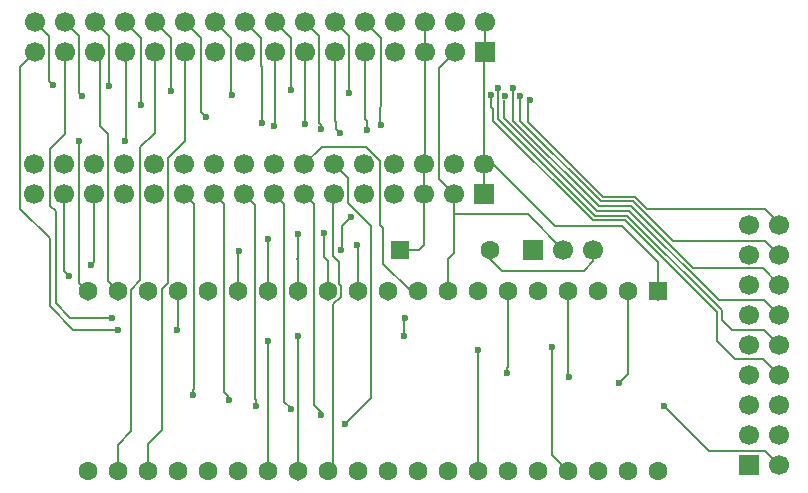
<source format=gbr>
%TF.GenerationSoftware,KiCad,Pcbnew,9.0.3*%
%TF.CreationDate,2025-09-07T17:51:57-04:00*%
%TF.ProjectId,6502-interposer,36353032-2d69-46e7-9465-72706f736572,rev?*%
%TF.SameCoordinates,Original*%
%TF.FileFunction,Copper,L1,Top*%
%TF.FilePolarity,Positive*%
%FSLAX46Y46*%
G04 Gerber Fmt 4.6, Leading zero omitted, Abs format (unit mm)*
G04 Created by KiCad (PCBNEW 9.0.3) date 2025-09-07 17:51:57*
%MOMM*%
%LPD*%
G01*
G04 APERTURE LIST*
G04 Aperture macros list*
%AMRoundRect*
0 Rectangle with rounded corners*
0 $1 Rounding radius*
0 $2 $3 $4 $5 $6 $7 $8 $9 X,Y pos of 4 corners*
0 Add a 4 corners polygon primitive as box body*
4,1,4,$2,$3,$4,$5,$6,$7,$8,$9,$2,$3,0*
0 Add four circle primitives for the rounded corners*
1,1,$1+$1,$2,$3*
1,1,$1+$1,$4,$5*
1,1,$1+$1,$6,$7*
1,1,$1+$1,$8,$9*
0 Add four rect primitives between the rounded corners*
20,1,$1+$1,$2,$3,$4,$5,0*
20,1,$1+$1,$4,$5,$6,$7,0*
20,1,$1+$1,$6,$7,$8,$9,0*
20,1,$1+$1,$8,$9,$2,$3,0*%
G04 Aperture macros list end*
%TA.AperFunction,ComponentPad*%
%ADD10RoundRect,0.250000X-0.550000X-0.550000X0.550000X-0.550000X0.550000X0.550000X-0.550000X0.550000X0*%
%TD*%
%TA.AperFunction,ComponentPad*%
%ADD11C,1.600000*%
%TD*%
%TA.AperFunction,ComponentPad*%
%ADD12R,1.700000X1.700000*%
%TD*%
%TA.AperFunction,ComponentPad*%
%ADD13C,1.700000*%
%TD*%
%TA.AperFunction,ComponentPad*%
%ADD14RoundRect,0.250000X-0.550000X0.550000X-0.550000X-0.550000X0.550000X-0.550000X0.550000X0.550000X0*%
%TD*%
%TA.AperFunction,ViaPad*%
%ADD15C,0.600000*%
%TD*%
%TA.AperFunction,Conductor*%
%ADD16C,0.200000*%
%TD*%
G04 APERTURE END LIST*
D10*
%TO.P,D1,1,K*%
%TO.N,/vcc2*%
X78690000Y-61000000D03*
D11*
%TO.P,D1,2,A*%
%TO.N,Net-(D1-A)*%
X86310000Y-61000000D03*
%TD*%
D12*
%TO.P,J2,1,Pin_1*%
%TO.N,GND*%
X85860000Y-44250000D03*
D13*
%TO.P,J2,2,Pin_2*%
X85860000Y-41710000D03*
%TO.P,J2,3,Pin_3*%
%TO.N,+5V*%
X83320000Y-44250000D03*
%TO.P,J2,4,Pin_4*%
%TO.N,unconnected-(J2-Pin_4-Pad4)*%
X83320000Y-41710000D03*
%TO.P,J2,5,Pin_5*%
%TO.N,/vcc2*%
X80780000Y-44250000D03*
%TO.P,J2,6,Pin_6*%
X80780000Y-41710000D03*
%TO.P,J2,7,Pin_7*%
%TO.N,unconnected-(J2-Pin_7-Pad7)*%
X78240000Y-44250000D03*
%TO.P,J2,8,Pin_8*%
%TO.N,unconnected-(J2-Pin_8-Pad8)*%
X78240000Y-41710000D03*
%TO.P,J2,9,Pin_9*%
%TO.N,/Opt6*%
X75700000Y-44250000D03*
%TO.P,J2,10,Pin_10*%
%TO.N,/Opt7*%
X75700000Y-41710000D03*
%TO.P,J2,11,Pin_11*%
%TO.N,/Opt5*%
X73160000Y-44250000D03*
%TO.P,J2,12,Pin_12*%
%TO.N,/Opt8*%
X73160000Y-41710000D03*
%TO.P,J2,13,Pin_13*%
%TO.N,/Opt4*%
X70620000Y-44250000D03*
%TO.P,J2,14,Pin_14*%
%TO.N,/Opt9*%
X70620000Y-41710000D03*
%TO.P,J2,15,Pin_15*%
%TO.N,/Opt3*%
X68080000Y-44250000D03*
%TO.P,J2,16,Pin_16*%
%TO.N,/Opt10*%
X68080000Y-41710000D03*
%TO.P,J2,17,Pin_17*%
%TO.N,/A15*%
X65540000Y-44250000D03*
%TO.P,J2,18,Pin_18*%
%TO.N,/Opt11*%
X65540000Y-41710000D03*
%TO.P,J2,19,Pin_19*%
%TO.N,/A14*%
X63000000Y-44250000D03*
%TO.P,J2,20,Pin_20*%
%TO.N,/Opt12*%
X63000000Y-41710000D03*
%TO.P,J2,21,Pin_21*%
%TO.N,/A13*%
X60460000Y-44250000D03*
%TO.P,J2,22,Pin_22*%
%TO.N,/Opt13*%
X60460000Y-41710000D03*
%TO.P,J2,23,Pin_23*%
%TO.N,/A12*%
X57920000Y-44250000D03*
%TO.P,J2,24,Pin_24*%
%TO.N,/Opt14*%
X57920000Y-41710000D03*
%TO.P,J2,25,Pin_25*%
%TO.N,/A11*%
X55380000Y-44250000D03*
%TO.P,J2,26,Pin_26*%
%TO.N,/Opt15*%
X55380000Y-41710000D03*
%TO.P,J2,27,Pin_27*%
%TO.N,/A10*%
X52840000Y-44250000D03*
%TO.P,J2,28,Pin_28*%
%TO.N,/Opt16*%
X52840000Y-41710000D03*
%TO.P,J2,29,Pin_29*%
%TO.N,/A9*%
X50300000Y-44250000D03*
%TO.P,J2,30,Pin_30*%
%TO.N,/Opt17*%
X50300000Y-41710000D03*
%TO.P,J2,31,Pin_31*%
%TO.N,/A8*%
X47760000Y-44250000D03*
%TO.P,J2,32,Pin_32*%
%TO.N,/Opt18*%
X47760000Y-41710000D03*
%TD*%
D12*
%TO.P,JP1,1,A*%
%TO.N,unconnected-(JP1-A-Pad1)*%
X89960000Y-61000000D03*
D13*
%TO.P,JP1,2,C*%
%TO.N,+5V*%
X92500000Y-61000000D03*
%TO.P,JP1,3,B*%
%TO.N,Net-(D1-A)*%
X95040000Y-61000000D03*
%TD*%
D14*
%TO.P,U1,1,VSS*%
%TO.N,GND*%
X100500000Y-64510000D03*
D11*
%TO.P,U1,2,RDY*%
%TO.N,/RDY*%
X97960000Y-64510000D03*
%TO.P,U1,3,\u03D51*%
%TO.N,unconnected-(U1-\u03D51-Pad3)*%
X95420000Y-64510000D03*
%TO.P,U1,4,~{IRQ}*%
%TO.N,/~{IRQ}*%
X92880000Y-64510000D03*
%TO.P,U1,5,nc*%
%TO.N,unconnected-(U1-nc-Pad5)*%
X90340000Y-64510000D03*
%TO.P,U1,6,~{NMI}*%
%TO.N,/~{NMI}*%
X87800000Y-64510000D03*
%TO.P,U1,7,SYNC*%
%TO.N,unconnected-(U1-SYNC-Pad7)*%
X85260000Y-64510000D03*
%TO.P,U1,8,VCC*%
%TO.N,+5V*%
X82720000Y-64510000D03*
%TO.P,U1,9,A0*%
%TO.N,/A0*%
X80180000Y-64510000D03*
%TO.P,U1,10,A1*%
%TO.N,/A1*%
X77640000Y-64510000D03*
%TO.P,U1,11,A2*%
%TO.N,/A2*%
X75100000Y-64510000D03*
%TO.P,U1,12,A3*%
%TO.N,/A3*%
X72560000Y-64510000D03*
%TO.P,U1,13,A4*%
%TO.N,/A4*%
X70020000Y-64510000D03*
%TO.P,U1,14,A5*%
%TO.N,/A5*%
X67480000Y-64510000D03*
%TO.P,U1,15,A6*%
%TO.N,/A6*%
X64940000Y-64510000D03*
%TO.P,U1,16,A7*%
%TO.N,/A7*%
X62400000Y-64510000D03*
%TO.P,U1,17,A8*%
%TO.N,/A8*%
X59860000Y-64510000D03*
%TO.P,U1,18,A9*%
%TO.N,/A9*%
X57320000Y-64510000D03*
%TO.P,U1,19,A10*%
%TO.N,/A10*%
X54780000Y-64510000D03*
%TO.P,U1,20,A11*%
%TO.N,/A11*%
X52240000Y-64510000D03*
%TO.P,U1,21,VSS*%
%TO.N,N/C*%
X52240000Y-79750000D03*
%TO.P,U1,22,A12*%
%TO.N,/A12*%
X54780000Y-79750000D03*
%TO.P,U1,23,A13*%
%TO.N,/A13*%
X57320000Y-79750000D03*
%TO.P,U1,24,A14*%
%TO.N,/A14*%
X59860000Y-79750000D03*
%TO.P,U1,25,A15*%
%TO.N,/A15*%
X62400000Y-79750000D03*
%TO.P,U1,26,D7*%
%TO.N,/D7*%
X64940000Y-79750000D03*
%TO.P,U1,27,D6*%
%TO.N,/D6*%
X67480000Y-79750000D03*
%TO.P,U1,28,D5*%
%TO.N,/D5*%
X70020000Y-79750000D03*
%TO.P,U1,29,D4*%
%TO.N,/D4*%
X72560000Y-79750000D03*
%TO.P,U1,30,D3*%
%TO.N,/D3*%
X75100000Y-79750000D03*
%TO.P,U1,31,D2*%
%TO.N,/D2*%
X77640000Y-79750000D03*
%TO.P,U1,32,D1*%
%TO.N,/D1*%
X80180000Y-79750000D03*
%TO.P,U1,33,D0*%
%TO.N,/D0*%
X82720000Y-79750000D03*
%TO.P,U1,34,R/~{W}*%
%TO.N,/R{slash}~{W}*%
X85260000Y-79750000D03*
%TO.P,U1,35,nc*%
%TO.N,unconnected-(U1-nc-Pad35)*%
X87800000Y-79750000D03*
%TO.P,U1,36,nc*%
%TO.N,unconnected-(U1-nc-Pad36)*%
X90340000Y-79750000D03*
%TO.P,U1,37,\u03D50*%
%TO.N,/\u03D50*%
X92880000Y-79750000D03*
%TO.P,U1,38,~{SO}*%
%TO.N,unconnected-(U1-~{SO}-Pad38)*%
X95420000Y-79750000D03*
%TO.P,U1,39,\u03D52*%
%TO.N,unconnected-(U1-\u03D52-Pad39)*%
X97960000Y-79750000D03*
%TO.P,U1,40,~{RES}*%
%TO.N,/~{RES}*%
X100500000Y-79750000D03*
%TD*%
D12*
%TO.P,J3,1,Pin_1*%
%TO.N,/Opt1*%
X108210000Y-79200000D03*
D13*
%TO.P,J3,2,Pin_2*%
%TO.N,/Opt2*%
X110750000Y-79200000D03*
%TO.P,J3,3,Pin_3*%
%TO.N,/Opt3*%
X108210000Y-76660000D03*
%TO.P,J3,4,Pin_4*%
%TO.N,/Opt4*%
X110750000Y-76660000D03*
%TO.P,J3,5,Pin_5*%
%TO.N,/Opt5*%
X108210000Y-74120000D03*
%TO.P,J3,6,Pin_6*%
%TO.N,/Opt6*%
X110750000Y-74120000D03*
%TO.P,J3,7,Pin_7*%
%TO.N,/Opt7*%
X108210000Y-71580000D03*
%TO.P,J3,8,Pin_8*%
%TO.N,/Opt8*%
X110750000Y-71580000D03*
%TO.P,J3,9,Pin_9*%
%TO.N,/Opt9*%
X108210000Y-69040000D03*
%TO.P,J3,10,Pin_10*%
%TO.N,/Opt10*%
X110750000Y-69040000D03*
%TO.P,J3,11,Pin_11*%
%TO.N,/Opt11*%
X108210000Y-66500000D03*
%TO.P,J3,12,Pin_12*%
%TO.N,/Opt12*%
X110750000Y-66500000D03*
%TO.P,J3,13,Pin_13*%
%TO.N,/Opt13*%
X108210000Y-63960000D03*
%TO.P,J3,14,Pin_14*%
%TO.N,/Opt14*%
X110750000Y-63960000D03*
%TO.P,J3,15,Pin_15*%
%TO.N,/Opt15*%
X108210000Y-61420000D03*
%TO.P,J3,16,Pin_16*%
%TO.N,/Opt16*%
X110750000Y-61420000D03*
%TO.P,J3,17,Pin_17*%
%TO.N,/Opt17*%
X108210000Y-58880000D03*
%TO.P,J3,18,Pin_18*%
%TO.N,/Opt18*%
X110750000Y-58880000D03*
%TD*%
D12*
%TO.P,J1,1,Pin_1*%
%TO.N,GND*%
X85780000Y-56290000D03*
D13*
%TO.P,J1,2,Pin_2*%
X85780000Y-53750000D03*
%TO.P,J1,3,Pin_3*%
%TO.N,+5V*%
X83240000Y-56290000D03*
%TO.P,J1,4,Pin_4*%
%TO.N,unconnected-(J1-Pin_4-Pad4)*%
X83240000Y-53750000D03*
%TO.P,J1,5,Pin_5*%
%TO.N,/vcc2*%
X80700000Y-56290000D03*
%TO.P,J1,6,Pin_6*%
X80700000Y-53750000D03*
%TO.P,J1,7,Pin_7*%
%TO.N,unconnected-(J1-Pin_7-Pad7)*%
X78160000Y-56290000D03*
%TO.P,J1,8,Pin_8*%
%TO.N,unconnected-(J1-Pin_8-Pad8)*%
X78160000Y-53750000D03*
%TO.P,J1,9,Pin_9*%
%TO.N,/D5*%
X75620000Y-56290000D03*
%TO.P,J1,10,Pin_10*%
%TO.N,/D6*%
X75620000Y-53750000D03*
%TO.P,J1,11,Pin_11*%
%TO.N,/D4*%
X73080000Y-56290000D03*
%TO.P,J1,12,Pin_12*%
%TO.N,/D7*%
X73080000Y-53750000D03*
%TO.P,J1,13,Pin_13*%
%TO.N,/D3*%
X70540000Y-56290000D03*
%TO.P,J1,14,Pin_14*%
%TO.N,/A0*%
X70540000Y-53750000D03*
%TO.P,J1,15,Pin_15*%
%TO.N,/D2*%
X68000000Y-56290000D03*
%TO.P,J1,16,Pin_16*%
%TO.N,/A1*%
X68000000Y-53750000D03*
%TO.P,J1,17,Pin_17*%
%TO.N,/D1*%
X65460000Y-56290000D03*
%TO.P,J1,18,Pin_18*%
%TO.N,/A2*%
X65460000Y-53750000D03*
%TO.P,J1,19,Pin_19*%
%TO.N,/D0*%
X62920000Y-56290000D03*
%TO.P,J1,20,Pin_20*%
%TO.N,/A3*%
X62920000Y-53750000D03*
%TO.P,J1,21,Pin_21*%
%TO.N,/~{RES}*%
X60380000Y-56290000D03*
%TO.P,J1,22,Pin_22*%
%TO.N,/A4*%
X60380000Y-53750000D03*
%TO.P,J1,23,Pin_23*%
%TO.N,/\u03D50*%
X57840000Y-56290000D03*
%TO.P,J1,24,Pin_24*%
%TO.N,/A5*%
X57840000Y-53750000D03*
%TO.P,J1,25,Pin_25*%
%TO.N,/R{slash}~{W}*%
X55300000Y-56290000D03*
%TO.P,J1,26,Pin_26*%
%TO.N,/A6*%
X55300000Y-53750000D03*
%TO.P,J1,27,Pin_27*%
%TO.N,/~{NMI}*%
X52760000Y-56290000D03*
%TO.P,J1,28,Pin_28*%
%TO.N,/A7*%
X52760000Y-53750000D03*
%TO.P,J1,29,Pin_29*%
%TO.N,/~{IRQ}*%
X50220000Y-56290000D03*
%TO.P,J1,30,Pin_30*%
%TO.N,/Opt1*%
X50220000Y-53750000D03*
%TO.P,J1,31,Pin_31*%
%TO.N,/RDY*%
X47680000Y-56290000D03*
%TO.P,J1,32,Pin_32*%
%TO.N,/Opt2*%
X47680000Y-53750000D03*
%TD*%
D15*
%TO.N,/Opt3*%
X68000000Y-50500000D03*
%TO.N,/Opt2*%
X101000000Y-74250000D03*
%TO.N,/Opt5*%
X73625000Y-51125000D03*
%TO.N,/Opt14*%
X88194043Y-47335680D03*
X59250000Y-47553000D03*
%TO.N,/Opt11*%
X67000000Y-50250000D03*
%TO.N,/Opt4*%
X70620000Y-50370000D03*
%TO.N,/Opt13*%
X62250000Y-49750000D03*
%TO.N,/Opt12*%
X64406171Y-47902000D03*
X87581000Y-47968658D03*
%TO.N,/Opt17*%
X51750000Y-48000000D03*
%TO.N,/Opt6*%
X75854634Y-50848000D03*
%TO.N,/Opt18*%
X89668315Y-48331685D03*
X49250000Y-47001000D03*
%TO.N,/Opt8*%
X74311000Y-47704000D03*
X86380000Y-47890000D03*
%TO.N,/Opt15*%
X56750000Y-48750000D03*
%TO.N,/Opt9*%
X72000000Y-50750000D03*
%TO.N,/Opt10*%
X69469000Y-47500000D03*
X86923535Y-47303000D03*
%TO.N,/Opt16*%
X53991000Y-47152000D03*
X88850000Y-47968658D03*
%TO.N,/Opt7*%
X77098357Y-50447000D03*
%TO.N,/D7*%
X74000000Y-75750000D03*
%TO.N,/D2*%
X69420000Y-74500000D03*
%TO.N,/D3*%
X72000000Y-75000000D03*
%TO.N,/RDY*%
X97250000Y-72250000D03*
%TO.N,/A6*%
X65000000Y-61101000D03*
%TO.N,/A8*%
X54750000Y-67750000D03*
X59750000Y-67750000D03*
%TO.N,/D5*%
X79079000Y-66750000D03*
X70000000Y-68250000D03*
X79000000Y-68250000D03*
%TO.N,/A2*%
X75003093Y-60576952D03*
%TO.N,/A11*%
X51500000Y-51750000D03*
X55380000Y-51750000D03*
%TO.N,/\u03D50*%
X91500000Y-69250000D03*
%TO.N,/A4*%
X70020000Y-59652000D03*
%TO.N,/D1*%
X66500000Y-74250000D03*
%TO.N,/D0*%
X64182285Y-73750000D03*
%TO.N,/A9*%
X54250000Y-66750000D03*
%TO.N,/~{RES}*%
X61125000Y-73250000D03*
%TO.N,/A5*%
X67459412Y-60100000D03*
%TO.N,/R{slash}~{W}*%
X85250000Y-69500000D03*
%TO.N,/A3*%
X72200735Y-59549265D03*
%TO.N,/~{NMI}*%
X52500000Y-62250000D03*
X87750000Y-71400000D03*
%TO.N,/~{IRQ}*%
X93000000Y-71750000D03*
X50652000Y-63249473D03*
%TO.N,/D6*%
X67500000Y-68750000D03*
X73700735Y-61049265D03*
X74500000Y-58250000D03*
%TD*%
D16*
%TO.N,/A9*%
X49069000Y-57250000D02*
X49500000Y-57681000D01*
%TO.N,/A11*%
X55380000Y-44250000D02*
X55500000Y-44370000D01*
X55500000Y-44370000D02*
X55500000Y-51630000D01*
X55500000Y-51630000D02*
X55380000Y-51750000D01*
%TO.N,/D7*%
X73080000Y-53750000D02*
X74231000Y-54901000D01*
X74231000Y-57000000D02*
X76250000Y-59019000D01*
X76250000Y-59019000D02*
X76250000Y-73500000D01*
X74231000Y-54901000D02*
X74231000Y-57000000D01*
X76250000Y-73500000D02*
X74000000Y-75750000D01*
%TO.N,/Opt10*%
X86923535Y-47303000D02*
X86923535Y-47583592D01*
X97916100Y-58099000D02*
X105901000Y-66083900D01*
X109460000Y-67750000D02*
X110750000Y-69040000D01*
X86981000Y-47641057D02*
X86981000Y-49913900D01*
X95166100Y-58099000D02*
X97916100Y-58099000D01*
X86981000Y-49913900D02*
X95166100Y-58099000D01*
X86923535Y-47583592D02*
X86981000Y-47641057D01*
X105901000Y-66083900D02*
X105901000Y-66901000D01*
X105901000Y-66901000D02*
X106750000Y-67750000D01*
X106750000Y-67750000D02*
X109460000Y-67750000D01*
%TO.N,/Opt6*%
X75700000Y-44250000D02*
X75700000Y-49945366D01*
X75700000Y-49945366D02*
X75854634Y-50100000D01*
%TO.N,/A12*%
X57920000Y-44250000D02*
X57920000Y-51080000D01*
X57920000Y-51080000D02*
X56689000Y-52311000D01*
X54780000Y-77530000D02*
X54780000Y-79750000D01*
X56689000Y-52311000D02*
X56689000Y-63561000D01*
X56689000Y-63561000D02*
X55881000Y-64369000D01*
X55881000Y-64369000D02*
X55881000Y-76369000D01*
X55881000Y-76369000D02*
X54750000Y-77500000D01*
X54750000Y-77500000D02*
X54780000Y-77530000D01*
%TO.N,/Opt3*%
X68000000Y-50500000D02*
X68080000Y-50420000D01*
X68080000Y-50420000D02*
X68080000Y-44250000D01*
%TO.N,/Opt2*%
X109599000Y-78049000D02*
X110750000Y-79200000D01*
X101000000Y-74250000D02*
X104799000Y-78049000D01*
X104799000Y-78049000D02*
X109599000Y-78049000D01*
%TO.N,/Opt5*%
X73625000Y-51125000D02*
X73250000Y-50750000D01*
X73250000Y-50150555D02*
X73160000Y-50060555D01*
X73160000Y-50060555D02*
X73160000Y-44250000D01*
X73250000Y-50750000D02*
X73250000Y-50150555D01*
%TO.N,/Opt14*%
X88250000Y-50048700D02*
X88250000Y-48218601D01*
X109361000Y-62571000D02*
X107321000Y-62571000D01*
X95498300Y-57297000D02*
X88250000Y-50048700D01*
X107321000Y-62571000D02*
X107250000Y-62500000D01*
X103451300Y-62500000D02*
X98248300Y-57297000D01*
X107250000Y-62500000D02*
X103451300Y-62500000D01*
X88249000Y-48217601D02*
X88249000Y-47719715D01*
X88250000Y-47718715D02*
X88250000Y-47531430D01*
X98248300Y-57297000D02*
X95498300Y-57297000D01*
X88250000Y-48218601D02*
X88249000Y-48217601D01*
X59250000Y-47553000D02*
X59250000Y-43040000D01*
X88249000Y-47719715D02*
X88250000Y-47718715D01*
X110750000Y-63960000D02*
X109361000Y-62571000D01*
X59250000Y-43040000D02*
X57920000Y-41710000D01*
X88194043Y-47475473D02*
X88194043Y-47335680D01*
X88250000Y-47531430D02*
X88194043Y-47475473D01*
%TO.N,/Opt11*%
X67000000Y-45500000D02*
X66929000Y-45429000D01*
X66929000Y-43099000D02*
X65540000Y-41710000D01*
X66929000Y-45429000D02*
X66929000Y-43099000D01*
X67000000Y-50250000D02*
X67000000Y-45500000D01*
%TO.N,/Opt4*%
X70620000Y-50370000D02*
X70620000Y-44250000D01*
%TO.N,/Opt13*%
X62250000Y-49750000D02*
X61849000Y-49349000D01*
X61849000Y-49349000D02*
X61849000Y-43099000D01*
X61849000Y-43099000D02*
X60460000Y-41710000D01*
%TO.N,/Opt12*%
X64406171Y-47902000D02*
X64389000Y-47884829D01*
X105634200Y-65250000D02*
X109500000Y-65250000D01*
X64389000Y-43099000D02*
X63000000Y-41710000D01*
X87500000Y-48291984D02*
X87500000Y-49865800D01*
X98082200Y-57698000D02*
X105634200Y-65250000D01*
X95332200Y-57698000D02*
X98082200Y-57698000D01*
X109500000Y-65250000D02*
X110750000Y-66500000D01*
X87500000Y-49865800D02*
X95332200Y-57698000D01*
X64389000Y-47884829D02*
X64389000Y-43099000D01*
%TO.N,/Opt17*%
X51451000Y-47701000D02*
X51750000Y-48000000D01*
X50300000Y-41710000D02*
X51451000Y-42861000D01*
X51451000Y-42861000D02*
X51451000Y-47701000D01*
%TO.N,/Opt6*%
X75854634Y-50848000D02*
X75854634Y-50100000D01*
%TO.N,/Opt18*%
X110000000Y-58000000D02*
X110750000Y-58750000D01*
X95830500Y-56495000D02*
X98580500Y-56495000D01*
X99585500Y-57500000D02*
X109567100Y-57500000D01*
X110750000Y-58750000D02*
X110750000Y-58880000D01*
X48911000Y-42861000D02*
X48911000Y-46662000D01*
X89500000Y-50164500D02*
X95830500Y-56495000D01*
X89500000Y-48586630D02*
X89500000Y-50164500D01*
X89668315Y-48418315D02*
X89500000Y-48586630D01*
X110000000Y-57932900D02*
X110000000Y-58000000D01*
X48911000Y-46662000D02*
X49250000Y-47001000D01*
X89668315Y-48331685D02*
X89668315Y-48418315D01*
X47760000Y-41710000D02*
X48911000Y-42861000D01*
X98580500Y-56495000D02*
X99585500Y-57500000D01*
X109567100Y-57500000D02*
X110000000Y-57932900D01*
X47760000Y-41710000D02*
X47750000Y-41700000D01*
%TO.N,/Opt8*%
X105500000Y-66250000D02*
X105500000Y-68750000D01*
X74311000Y-42861000D02*
X73160000Y-41710000D01*
X86580000Y-50080000D02*
X95000000Y-58500000D01*
X95000000Y-58500000D02*
X97750000Y-58500000D01*
X86380000Y-47890000D02*
X86380000Y-48880000D01*
X86380000Y-48880000D02*
X86580000Y-49080000D01*
X107000000Y-70250000D02*
X109420000Y-70250000D01*
X109420000Y-70250000D02*
X110750000Y-71580000D01*
X105500000Y-68750000D02*
X107000000Y-70250000D01*
X97750000Y-58500000D02*
X105500000Y-66250000D01*
X86580000Y-49080000D02*
X86580000Y-50080000D01*
X74311000Y-47704000D02*
X74311000Y-42861000D01*
%TO.N,/Opt15*%
X56750000Y-48750000D02*
X56750000Y-43080000D01*
X56750000Y-43080000D02*
X55380000Y-41710000D01*
%TO.N,/Opt9*%
X71771000Y-42861000D02*
X70620000Y-41710000D01*
X72000000Y-50458000D02*
X71771000Y-50229000D01*
X72000000Y-50750000D02*
X72000000Y-50458000D01*
X71771000Y-50229000D02*
X71771000Y-42861000D01*
%TO.N,/Opt10*%
X69469000Y-47500000D02*
X69469000Y-43099000D01*
X69469000Y-43099000D02*
X68080000Y-41710000D01*
%TO.N,/Opt16*%
X53991000Y-47152000D02*
X53991000Y-42861000D01*
X88850000Y-47968658D02*
X88850000Y-50081600D01*
X109580000Y-60250000D02*
X110750000Y-61420000D01*
X98414400Y-56896000D02*
X101768400Y-60250000D01*
X95664400Y-56896000D02*
X98414400Y-56896000D01*
X101768400Y-60250000D02*
X109580000Y-60250000D01*
X53991000Y-42861000D02*
X52840000Y-41710000D01*
X88850000Y-50081600D02*
X95664400Y-56896000D01*
%TO.N,/Opt7*%
X77089000Y-48858000D02*
X77089000Y-43099000D01*
X77089000Y-43099000D02*
X75700000Y-41710000D01*
X77098357Y-50447000D02*
X77000000Y-50348643D01*
X77000000Y-50348643D02*
X77000000Y-48947000D01*
X77000000Y-48947000D02*
X77089000Y-48858000D01*
%TO.N,Net-(D1-A)*%
X87310000Y-62750000D02*
X94250000Y-62750000D01*
X94250000Y-62750000D02*
X95040000Y-61960000D01*
X86310000Y-61750000D02*
X87310000Y-62750000D01*
X95040000Y-61960000D02*
X95040000Y-61000000D01*
%TO.N,/A1*%
X77850000Y-65040000D02*
X77640000Y-65250000D01*
%TO.N,/D2*%
X69420000Y-74500000D02*
X69420000Y-74420000D01*
X68850000Y-73850000D02*
X68850000Y-57140000D01*
X68850000Y-57140000D02*
X68000000Y-56290000D01*
X69420000Y-74420000D02*
X68850000Y-73850000D01*
%TO.N,/D3*%
X72000000Y-75000000D02*
X72000000Y-74750000D01*
X71390000Y-74140000D02*
X71390000Y-57140000D01*
X71390000Y-57140000D02*
X70540000Y-56290000D01*
X72000000Y-74750000D02*
X71390000Y-74140000D01*
%TO.N,/A7*%
X62610000Y-65040000D02*
X62400000Y-65250000D01*
%TO.N,/RDY*%
X98170000Y-65040000D02*
X97960000Y-65250000D01*
X97960000Y-64510000D02*
X97960000Y-71540000D01*
X97960000Y-71540000D02*
X97250000Y-72250000D01*
%TO.N,/A6*%
X65150000Y-65040000D02*
X64940000Y-65250000D01*
X65000000Y-61101000D02*
X64940000Y-61161000D01*
X64940000Y-61161000D02*
X64940000Y-64510000D01*
%TO.N,/A8*%
X60070000Y-65040000D02*
X59860000Y-65250000D01*
X46529000Y-57529000D02*
X46529000Y-45481000D01*
X49000000Y-65750000D02*
X49000000Y-60000000D01*
X59860000Y-64510000D02*
X59860000Y-67640000D01*
X54750000Y-67750000D02*
X51000000Y-67750000D01*
X51000000Y-67750000D02*
X49000000Y-65750000D01*
X46529000Y-45481000D02*
X47760000Y-44250000D01*
X49000000Y-60000000D02*
X46529000Y-57529000D01*
X59860000Y-67640000D02*
X59750000Y-67750000D01*
%TO.N,/D5*%
X70020000Y-70270000D02*
X70020000Y-79750000D01*
X70000000Y-68250000D02*
X70000000Y-70250000D01*
X70000000Y-70250000D02*
X70020000Y-70270000D01*
X79000000Y-68250000D02*
X79000000Y-66829000D01*
X70230000Y-80280000D02*
X70020000Y-80490000D01*
X79000000Y-66829000D02*
X79079000Y-66750000D01*
%TO.N,/A2*%
X75310000Y-65040000D02*
X75100000Y-65250000D01*
X75100000Y-60673859D02*
X75003093Y-60576952D01*
X75100000Y-64510000D02*
X75100000Y-60673859D01*
%TO.N,/A11*%
X54750000Y-44250000D02*
X55380000Y-44250000D01*
X52450000Y-65040000D02*
X52240000Y-65250000D01*
X51500000Y-63770000D02*
X52240000Y-64510000D01*
X51500000Y-51750000D02*
X51500000Y-63770000D01*
%TO.N,/\u03D50*%
X91500000Y-69250000D02*
X91500000Y-78370000D01*
X91500000Y-78370000D02*
X92880000Y-79750000D01*
%TO.N,/A13*%
X58991000Y-63821950D02*
X58500000Y-64312950D01*
X58500000Y-76250000D02*
X57320000Y-77430000D01*
X58500000Y-64312950D02*
X58500000Y-76250000D01*
X58991000Y-53250000D02*
X58991000Y-63821950D01*
X60460000Y-51790000D02*
X59000000Y-53250000D01*
X59000000Y-53250000D02*
X58991000Y-53250000D01*
X60460000Y-44250000D02*
X60460000Y-51790000D01*
X57320000Y-77430000D02*
X57320000Y-79750000D01*
%TO.N,/A4*%
X70020000Y-59652000D02*
X70020000Y-61650000D01*
X70230000Y-65040000D02*
X70020000Y-65250000D01*
X70020000Y-61770000D02*
X70020000Y-64510000D01*
X69985908Y-61684092D02*
X69985908Y-61735908D01*
X70020000Y-61650000D02*
X69985908Y-61684092D01*
X69985908Y-61735908D02*
X70020000Y-61770000D01*
%TO.N,/D4*%
X73500000Y-63892950D02*
X73661000Y-64053950D01*
X73661000Y-64966050D02*
X73016050Y-65611000D01*
X73080000Y-56290000D02*
X73000000Y-56370000D01*
X73661000Y-64053950D02*
X73661000Y-64966050D01*
X73000000Y-65611000D02*
X73000000Y-79310000D01*
X73000000Y-79310000D02*
X72560000Y-79750000D01*
X73500000Y-62045029D02*
X73500000Y-63892950D01*
X73000000Y-61545029D02*
X73500000Y-62045029D01*
X73016050Y-65611000D02*
X73000000Y-65611000D01*
X73000000Y-56370000D02*
X73000000Y-61545029D01*
%TO.N,/D1*%
X66500000Y-74250000D02*
X66500000Y-73750000D01*
X66500000Y-73750000D02*
X66379000Y-73629000D01*
X66379000Y-57209000D02*
X65460000Y-56290000D01*
X66379000Y-73629000D02*
X66379000Y-57209000D01*
%TO.N,/D0*%
X64136489Y-73386489D02*
X63770000Y-73020000D01*
X64136489Y-73704204D02*
X64136489Y-73386489D01*
X63770000Y-73020000D02*
X63770000Y-57140000D01*
X63770000Y-57140000D02*
X62920000Y-56290000D01*
X64182285Y-73750000D02*
X64136489Y-73704204D01*
%TO.N,/A9*%
X57530000Y-65040000D02*
X57320000Y-65250000D01*
X49069000Y-52431000D02*
X49069000Y-57250000D01*
X49500000Y-65500000D02*
X50750000Y-66750000D01*
X50300000Y-44250000D02*
X50410000Y-44360000D01*
X50300000Y-44250000D02*
X50300000Y-51200000D01*
X49500000Y-57681000D02*
X49500000Y-65500000D01*
X50750000Y-66750000D02*
X54250000Y-66750000D01*
X50300000Y-51200000D02*
X49069000Y-52431000D01*
%TO.N,/~{RES}*%
X61125000Y-73250000D02*
X61125000Y-72875000D01*
X61230000Y-72770000D02*
X61230000Y-57140000D01*
X61125000Y-72875000D02*
X61230000Y-72770000D01*
X61230000Y-57140000D02*
X60380000Y-56290000D01*
%TO.N,/A10*%
X53911000Y-63641000D02*
X54780000Y-64510000D01*
X54990000Y-65040000D02*
X54780000Y-65250000D01*
X53911000Y-51161000D02*
X53911000Y-63641000D01*
X53250000Y-50500000D02*
X53250000Y-44660000D01*
X53250000Y-44660000D02*
X52840000Y-44250000D01*
X53250000Y-50500000D02*
X53911000Y-51161000D01*
%TO.N,/A5*%
X67480000Y-61771000D02*
X67480000Y-64510000D01*
X67459412Y-61629412D02*
X67500000Y-61670000D01*
X67690000Y-65040000D02*
X67480000Y-65250000D01*
X67500000Y-61751000D02*
X67480000Y-61771000D01*
X67500000Y-61670000D02*
X67500000Y-61751000D01*
X67459412Y-60100000D02*
X67459412Y-61629412D01*
%TO.N,/R{slash}~{W}*%
X85260000Y-70510000D02*
X85260000Y-79750000D01*
X85250000Y-69500000D02*
X85250000Y-70500000D01*
X85250000Y-70500000D02*
X85260000Y-70510000D01*
%TO.N,/A3*%
X72200735Y-59549265D02*
X72200735Y-61600735D01*
X72200735Y-61600735D02*
X72560000Y-61960000D01*
X72770000Y-65040000D02*
X72560000Y-65250000D01*
X72560000Y-61960000D02*
X72560000Y-64510000D01*
%TO.N,+5V*%
X89500000Y-58000000D02*
X83240000Y-58000000D01*
X83240000Y-61260000D02*
X82720000Y-61780000D01*
X92500000Y-61000000D02*
X89500000Y-58000000D01*
X83240000Y-56290000D02*
X81975000Y-55025000D01*
X81975000Y-45595000D02*
X81975000Y-55025000D01*
X82720000Y-61780000D02*
X82720000Y-64510000D01*
X83240000Y-56290000D02*
X83240000Y-58000000D01*
X83320000Y-44250000D02*
X81975000Y-45595000D01*
X83240000Y-58000000D02*
X83240000Y-61260000D01*
X82720000Y-56810000D02*
X83240000Y-56290000D01*
%TO.N,GND*%
X91750000Y-59000000D02*
X86500000Y-53750000D01*
X85780000Y-44330000D02*
X85780000Y-53750000D01*
X85860000Y-41710000D02*
X85860000Y-44250000D01*
X85860000Y-44250000D02*
X85780000Y-44330000D01*
X100710000Y-65040000D02*
X100500000Y-65250000D01*
X85780000Y-56290000D02*
X85780000Y-53750000D01*
X100500000Y-62000000D02*
X97500000Y-59000000D01*
X100500000Y-64510000D02*
X100500000Y-62000000D01*
X86500000Y-53750000D02*
X85780000Y-53750000D01*
X97500000Y-59000000D02*
X91750000Y-59000000D01*
%TO.N,/A0*%
X77009000Y-58920000D02*
X77009000Y-53509000D01*
X77009000Y-53509000D02*
X75750000Y-52250000D01*
X80180000Y-64510000D02*
X79563840Y-64510000D01*
X75750000Y-52250000D02*
X72040000Y-52250000D01*
X72040000Y-52250000D02*
X70540000Y-53750000D01*
X79563840Y-64510000D02*
X77250000Y-62196160D01*
X77250000Y-59161000D02*
X77009000Y-58920000D01*
X77250000Y-62196160D02*
X77250000Y-59161000D01*
%TO.N,/~{NMI}*%
X52760000Y-56290000D02*
X52760000Y-61990000D01*
X87750000Y-71400000D02*
X87750000Y-71000000D01*
X87800000Y-70950000D02*
X87800000Y-64510000D01*
X52760000Y-61990000D02*
X52500000Y-62250000D01*
X87750000Y-71000000D02*
X87800000Y-70950000D01*
%TO.N,/~{IRQ}*%
X50220000Y-62817473D02*
X50652000Y-63249473D01*
X92880000Y-71630000D02*
X92880000Y-64510000D01*
X93000000Y-71750000D02*
X92880000Y-71630000D01*
X50220000Y-56290000D02*
X50220000Y-62817473D01*
X93090000Y-65040000D02*
X92880000Y-65250000D01*
%TO.N,/D6*%
X67500000Y-69500000D02*
X67480000Y-69520000D01*
X73700735Y-61049265D02*
X73750000Y-61000000D01*
X73750000Y-61000000D02*
X73750000Y-59000000D01*
X73750000Y-59000000D02*
X74500000Y-58250000D01*
X67480000Y-69520000D02*
X67480000Y-79750000D01*
X67500000Y-68750000D02*
X67500000Y-69500000D01*
%TO.N,/vcc2*%
X80700000Y-60550000D02*
X80250000Y-61000000D01*
X80780000Y-53670000D02*
X80700000Y-53750000D01*
X80780000Y-41710000D02*
X80780000Y-44250000D01*
X80250000Y-61000000D02*
X78690000Y-61000000D01*
X80620000Y-53670000D02*
X80700000Y-53750000D01*
X80700000Y-56290000D02*
X80700000Y-60550000D01*
X80780000Y-44250000D02*
X80780000Y-53670000D01*
X80700000Y-53750000D02*
X80700000Y-56290000D01*
%TD*%
M02*

</source>
